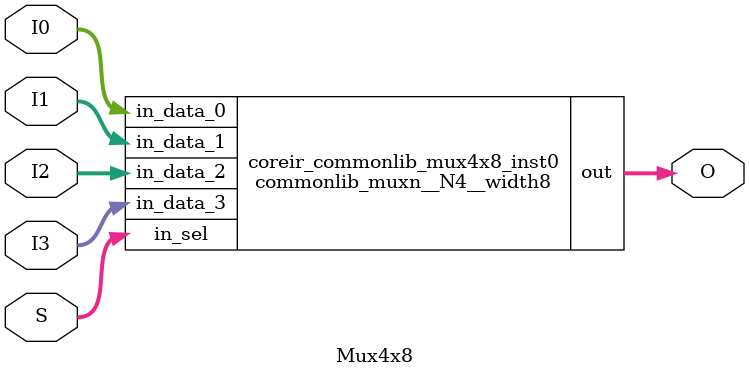
<source format=v>
module commonlib_muxn__N2__width8 (
    input [7:0] in_data_0,
    input [7:0] in_data_1,
    input [0:0] in_sel,
    output [7:0] out
);
assign out = in_sel[0] ? in_data_1 : in_data_0;
endmodule

module commonlib_muxn__N4__width8 (
    input [7:0] in_data_0,
    input [7:0] in_data_1,
    input [7:0] in_data_2,
    input [7:0] in_data_3,
    input [1:0] in_sel,
    output [7:0] out
);
wire [7:0] muxN_0_out;
wire [7:0] muxN_1_out;
commonlib_muxn__N2__width8 muxN_0 (
    .in_data_0(in_data_0),
    .in_data_1(in_data_1),
    .in_sel(in_sel[1 - 1:0]),
    .out(muxN_0_out)
);
commonlib_muxn__N2__width8 muxN_1 (
    .in_data_0(in_data_2),
    .in_data_1(in_data_3),
    .in_sel(in_sel[1 - 1:0]),
    .out(muxN_1_out)
);
assign out = in_sel[1] ? muxN_1_out : muxN_0_out;
endmodule

module Mux4x8 (
    input [7:0] I0,
    input [7:0] I1,
    input [7:0] I2,
    input [7:0] I3,
    input [1:0] S,
    output [7:0] O
);
commonlib_muxn__N4__width8 coreir_commonlib_mux4x8_inst0 (
    .in_data_0(I0),
    .in_data_1(I1),
    .in_data_2(I2),
    .in_data_3(I3),
    .in_sel(S),
    .out(O)
);
endmodule


</source>
